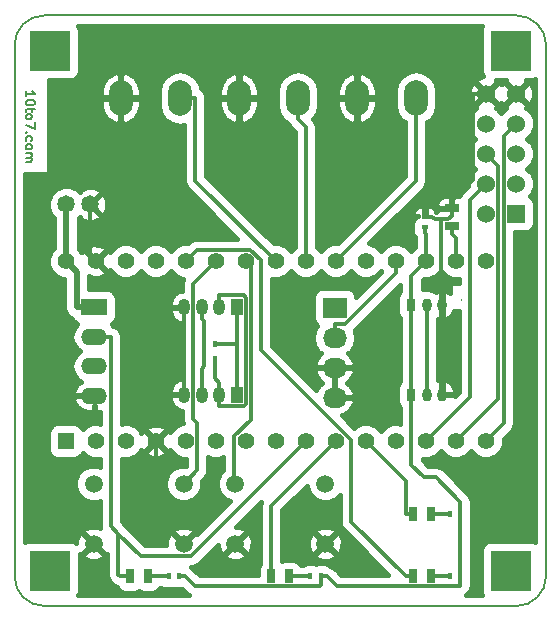
<source format=gtl>
%FSLAX34Y34*%
G04 Gerber Fmt 3.4, Leading zero omitted, Abs format*
G04 (created by PCBNEW (2014-03-19 BZR 4756)-product) date Mon 30 Jun 2014 23:44:56 BST*
%MOIN*%
G01*
G70*
G90*
G04 APERTURE LIST*
%ADD10C,0.005906*%
%ADD11C,0.007900*%
%ADD12C,0.007874*%
%ADD13C,0.003900*%
%ADD14C,0.055000*%
%ADD15R,0.055000X0.055000*%
%ADD16R,0.080000X0.068000*%
%ADD17O,0.080000X0.068000*%
%ADD18O,0.078700X0.118700*%
%ADD19R,0.060000X0.060000*%
%ADD20C,0.060000*%
%ADD21R,0.045000X0.025000*%
%ADD22R,0.023600X0.015700*%
%ADD23C,0.058300*%
%ADD24R,0.025000X0.045000*%
%ADD25O,0.086614X0.055118*%
%ADD26R,0.086614X0.055118*%
%ADD27O,0.031496X0.043307*%
%ADD28R,0.031496X0.043307*%
%ADD29O,0.039370X0.055118*%
%ADD30R,0.039370X0.055118*%
%ADD31R,0.015700X0.023600*%
%ADD32C,0.059055*%
%ADD33R,0.133900X0.133900*%
%ADD34C,0.011811*%
%ADD35C,0.019685*%
%ADD36C,0.015748*%
G04 APERTURE END LIST*
G54D10*
G54D11*
X66712Y-41712D02*
G75*
G03X67696Y-42696I984J0D01*
G74*
G01*
X83444Y-42696D02*
G75*
G03X84429Y-41712I0J984D01*
G74*
G01*
X84429Y-23996D02*
G75*
G03X83444Y-23011I-984J0D01*
G74*
G01*
X67696Y-23011D02*
G75*
G03X66712Y-23996I0J-984D01*
G74*
G01*
X66712Y-41712D02*
X66712Y-23996D01*
X83444Y-42696D02*
X67696Y-42696D01*
X83444Y-23011D02*
X67696Y-23011D01*
X84429Y-41712D02*
X84429Y-23996D01*
G54D12*
X67081Y-25707D02*
X67081Y-25527D01*
X67081Y-25617D02*
X67396Y-25617D01*
X67351Y-25587D01*
X67321Y-25557D01*
X67306Y-25527D01*
X67396Y-25902D02*
X67396Y-25932D01*
X67381Y-25962D01*
X67366Y-25977D01*
X67336Y-25992D01*
X67276Y-26007D01*
X67201Y-26007D01*
X67141Y-25992D01*
X67111Y-25977D01*
X67096Y-25962D01*
X67081Y-25932D01*
X67081Y-25902D01*
X67096Y-25872D01*
X67111Y-25857D01*
X67141Y-25842D01*
X67201Y-25827D01*
X67276Y-25827D01*
X67336Y-25842D01*
X67366Y-25857D01*
X67381Y-25872D01*
X67396Y-25902D01*
X67291Y-26097D02*
X67291Y-26217D01*
X67396Y-26142D02*
X67126Y-26142D01*
X67096Y-26157D01*
X67081Y-26187D01*
X67081Y-26217D01*
X67081Y-26367D02*
X67096Y-26337D01*
X67111Y-26322D01*
X67141Y-26307D01*
X67231Y-26307D01*
X67261Y-26322D01*
X67276Y-26337D01*
X67291Y-26367D01*
X67291Y-26412D01*
X67276Y-26442D01*
X67261Y-26457D01*
X67231Y-26472D01*
X67141Y-26472D01*
X67111Y-26457D01*
X67096Y-26442D01*
X67081Y-26412D01*
X67081Y-26367D01*
X67396Y-26577D02*
X67396Y-26787D01*
X67081Y-26652D01*
X67111Y-26907D02*
X67096Y-26922D01*
X67081Y-26907D01*
X67096Y-26892D01*
X67111Y-26907D01*
X67081Y-26907D01*
X67096Y-27192D02*
X67081Y-27162D01*
X67081Y-27102D01*
X67096Y-27072D01*
X67111Y-27057D01*
X67141Y-27042D01*
X67231Y-27042D01*
X67261Y-27057D01*
X67276Y-27072D01*
X67291Y-27102D01*
X67291Y-27162D01*
X67276Y-27192D01*
X67081Y-27372D02*
X67096Y-27342D01*
X67111Y-27327D01*
X67141Y-27312D01*
X67231Y-27312D01*
X67261Y-27327D01*
X67276Y-27342D01*
X67291Y-27372D01*
X67291Y-27417D01*
X67276Y-27447D01*
X67261Y-27462D01*
X67231Y-27477D01*
X67141Y-27477D01*
X67111Y-27462D01*
X67096Y-27447D01*
X67081Y-27417D01*
X67081Y-27372D01*
X67081Y-27612D02*
X67291Y-27612D01*
X67261Y-27612D02*
X67276Y-27627D01*
X67291Y-27657D01*
X67291Y-27702D01*
X67276Y-27732D01*
X67246Y-27747D01*
X67081Y-27747D01*
X67246Y-27747D02*
X67276Y-27762D01*
X67291Y-27792D01*
X67291Y-27837D01*
X67276Y-27867D01*
X67246Y-27882D01*
X67081Y-27882D01*
G54D13*
X81594Y-32477D02*
X81602Y-32484D01*
X81594Y-32492D01*
X81587Y-32484D01*
X81594Y-32477D01*
X81594Y-32492D01*
X69389Y-35627D02*
X69397Y-35634D01*
X69389Y-35642D01*
X69382Y-35634D01*
X69389Y-35627D01*
X69389Y-35642D01*
G54D14*
X82421Y-31200D03*
X81421Y-37201D03*
X80421Y-37201D03*
X79421Y-37201D03*
X78421Y-37201D03*
X77421Y-37201D03*
X76421Y-37201D03*
X75421Y-37201D03*
X74421Y-37201D03*
X73421Y-37201D03*
X72421Y-37201D03*
X71421Y-37201D03*
X70421Y-37201D03*
X69421Y-37201D03*
G54D15*
X68421Y-37201D03*
G54D14*
X68421Y-31200D03*
X69421Y-31200D03*
X70421Y-31200D03*
X71421Y-31200D03*
X72421Y-31200D03*
X73421Y-31200D03*
X74421Y-31200D03*
X75421Y-31200D03*
X76421Y-31200D03*
X77421Y-31200D03*
X78421Y-31200D03*
X79421Y-31200D03*
X80421Y-31200D03*
X81421Y-31200D03*
X82421Y-37201D03*
G54D16*
X77381Y-32751D03*
G54D17*
X77381Y-33751D03*
X77381Y-34751D03*
X77381Y-35751D03*
G54D18*
X72224Y-25767D03*
X70256Y-25767D03*
X80098Y-25767D03*
X78130Y-25767D03*
X76161Y-25767D03*
X74193Y-25767D03*
G54D19*
X83433Y-29618D03*
G54D20*
X82433Y-29618D03*
X83433Y-28618D03*
X82433Y-28618D03*
X83433Y-27618D03*
X82433Y-27618D03*
X83433Y-26618D03*
X82433Y-26618D03*
X83433Y-25618D03*
X82433Y-25618D03*
G54D21*
X81279Y-30044D03*
X81279Y-29444D03*
G54D22*
X80393Y-30078D03*
X80393Y-29724D03*
G54D23*
X68444Y-29311D03*
X69232Y-29311D03*
G54D24*
X79995Y-41712D03*
X80595Y-41712D03*
X79995Y-39625D03*
X80595Y-39625D03*
X75270Y-41712D03*
X75870Y-41712D03*
X70546Y-41712D03*
X71146Y-41712D03*
G54D25*
X69370Y-33720D03*
X69370Y-34704D03*
G54D26*
X69370Y-32736D03*
G54D25*
X69370Y-35688D03*
G54D27*
X80452Y-35649D03*
X80964Y-35649D03*
G54D28*
X79940Y-35649D03*
G54D27*
X80452Y-32657D03*
X80964Y-32657D03*
G54D28*
X79940Y-32657D03*
G54D29*
X73543Y-35649D03*
X72953Y-35649D03*
G54D30*
X74134Y-35649D03*
G54D29*
X72362Y-35649D03*
X73543Y-32736D03*
X72953Y-32736D03*
G54D30*
X74134Y-32736D03*
G54D29*
X72362Y-32736D03*
G54D31*
X73031Y-34468D03*
X73385Y-34468D03*
X73031Y-33976D03*
X73385Y-33976D03*
X81574Y-41712D03*
X81220Y-41712D03*
X81574Y-39625D03*
X81220Y-39625D03*
X76928Y-41712D03*
X76574Y-41712D03*
X72204Y-41712D03*
X71850Y-41712D03*
G54D32*
X72346Y-38625D03*
X72346Y-40625D03*
X69346Y-38625D03*
X69346Y-40625D03*
X77070Y-38625D03*
X77070Y-40625D03*
X74070Y-38625D03*
X74070Y-40625D03*
G54D33*
X67893Y-24192D03*
X83248Y-24192D03*
X83248Y-41515D03*
X67893Y-41515D03*
G54D34*
X81421Y-30428D02*
X81421Y-31200D01*
X81279Y-30287D02*
X81421Y-30428D01*
X81279Y-30044D02*
X81279Y-30287D01*
X81574Y-39625D02*
X81574Y-39232D01*
X79940Y-37992D02*
X79940Y-35649D01*
X80354Y-38405D02*
X79940Y-37992D01*
X80748Y-38405D02*
X80354Y-38405D01*
X81574Y-39232D02*
X80748Y-38405D01*
X76594Y-42036D02*
X76878Y-42036D01*
X76928Y-41985D02*
X76928Y-41712D01*
X76878Y-42036D02*
X76928Y-41985D01*
X81251Y-42036D02*
X81546Y-42036D01*
X76928Y-41712D02*
X77125Y-41712D01*
X77449Y-42036D02*
X77125Y-41712D01*
X81251Y-42036D02*
X77449Y-42036D01*
X81574Y-42008D02*
X81574Y-41712D01*
X81546Y-42036D02*
X81574Y-42008D01*
X72724Y-42036D02*
X76594Y-42036D01*
X76594Y-42036D02*
X76605Y-42036D01*
X72401Y-41712D02*
X72724Y-42036D01*
X72401Y-41712D02*
X72204Y-41712D01*
X80421Y-30302D02*
X80421Y-31200D01*
X80393Y-30275D02*
X80421Y-30302D01*
X80393Y-30078D02*
X80393Y-30275D01*
X72953Y-34783D02*
X72953Y-35649D01*
X73031Y-34704D02*
X72953Y-34783D01*
X73031Y-34468D02*
X73031Y-34704D01*
X79940Y-31681D02*
X79940Y-32657D01*
X80421Y-31200D02*
X79940Y-31681D01*
X79940Y-32657D02*
X79940Y-35314D01*
X73031Y-33976D02*
X73031Y-34468D01*
X81574Y-39625D02*
X81574Y-41712D01*
X79940Y-35482D02*
X79940Y-35314D01*
X79940Y-35482D02*
X79940Y-35649D01*
X73031Y-33208D02*
X73031Y-33976D01*
X72953Y-33129D02*
X73031Y-33208D01*
X72953Y-32736D02*
X72953Y-33129D01*
X80452Y-32657D02*
X80452Y-35649D01*
X80098Y-28523D02*
X77421Y-31200D01*
X80098Y-25767D02*
X80098Y-28523D01*
X79995Y-41712D02*
X79752Y-41712D01*
X72798Y-30823D02*
X72421Y-31200D01*
X74573Y-30823D02*
X72798Y-30823D01*
X74921Y-31170D02*
X74573Y-30823D01*
X74921Y-34171D02*
X74921Y-31170D01*
X77921Y-37171D02*
X74921Y-34171D01*
X77921Y-39881D02*
X77921Y-37171D01*
X79752Y-41712D02*
X77921Y-39881D01*
X79752Y-38532D02*
X78421Y-37201D01*
X79752Y-39625D02*
X79752Y-38532D01*
X79995Y-39625D02*
X79752Y-39625D01*
X80595Y-39625D02*
X81220Y-39625D01*
X74587Y-31366D02*
X74421Y-31200D01*
X74587Y-36490D02*
X74587Y-31366D01*
X74037Y-37040D02*
X74587Y-36490D01*
X74037Y-38592D02*
X74037Y-37040D01*
X74070Y-38625D02*
X74037Y-38592D01*
X70256Y-28287D02*
X69232Y-29311D01*
X70256Y-25767D02*
X70256Y-28287D01*
X77381Y-35751D02*
X77381Y-34751D01*
X69232Y-31012D02*
X69421Y-31200D01*
X69232Y-29311D02*
X69232Y-31012D01*
X72362Y-32736D02*
X72362Y-35649D01*
X70956Y-32736D02*
X69421Y-31200D01*
X72362Y-32736D02*
X70956Y-32736D01*
X71421Y-39700D02*
X71421Y-37201D01*
X72346Y-40625D02*
X71421Y-39700D01*
X80936Y-32294D02*
X80936Y-29811D01*
X80964Y-32322D02*
X80936Y-32294D01*
X80717Y-29811D02*
X80936Y-29811D01*
X80629Y-29724D02*
X80717Y-29811D01*
X81154Y-29811D02*
X81279Y-29687D01*
X80936Y-29811D02*
X81154Y-29811D01*
X80393Y-29724D02*
X80629Y-29724D01*
X80964Y-32657D02*
X80964Y-32322D01*
X81279Y-29549D02*
X81279Y-29687D01*
X81279Y-29549D02*
X81279Y-29444D01*
X81279Y-29444D02*
X81279Y-29200D01*
X81995Y-25618D02*
X82433Y-25618D01*
X81995Y-28484D02*
X81279Y-29200D01*
X81995Y-25618D02*
X81995Y-28484D01*
G54D35*
X68779Y-31559D02*
X68421Y-31200D01*
X68779Y-32736D02*
X68779Y-31559D01*
X69370Y-32736D02*
X68779Y-32736D01*
X68444Y-31177D02*
X68421Y-31200D01*
X68444Y-29311D02*
X68444Y-31177D01*
G54D34*
X80595Y-41712D02*
X81220Y-41712D01*
X75270Y-39351D02*
X77421Y-37201D01*
X75270Y-41712D02*
X75270Y-39351D01*
X75870Y-41712D02*
X76574Y-41712D01*
X70546Y-41712D02*
X70236Y-41712D01*
X70177Y-41653D02*
X70177Y-40287D01*
X70236Y-41712D02*
X70177Y-41653D01*
X72589Y-41032D02*
X76421Y-37201D01*
X70922Y-41032D02*
X72589Y-41032D01*
X69921Y-40031D02*
X70177Y-40287D01*
X70177Y-40287D02*
X70922Y-41032D01*
X69921Y-33720D02*
X69921Y-40031D01*
X69370Y-33720D02*
X69921Y-33720D01*
X71146Y-41712D02*
X71850Y-41712D01*
X73385Y-35098D02*
X73385Y-34468D01*
X73543Y-35255D02*
X73385Y-35098D01*
X73543Y-35452D02*
X73543Y-35255D01*
X73543Y-35452D02*
X73543Y-35649D01*
X74352Y-32342D02*
X73543Y-32342D01*
X74429Y-32419D02*
X74352Y-32342D01*
X74429Y-35979D02*
X74429Y-32419D01*
X74365Y-36043D02*
X74429Y-35979D01*
X73543Y-36043D02*
X74365Y-36043D01*
X73543Y-35649D02*
X73543Y-36043D01*
X73543Y-32736D02*
X73543Y-32342D01*
X74134Y-35649D02*
X74134Y-35255D01*
X73385Y-33976D02*
X73582Y-33976D01*
X73582Y-33976D02*
X74134Y-33976D01*
X74134Y-32736D02*
X74134Y-33976D01*
X74134Y-33976D02*
X74134Y-35255D01*
X79421Y-31598D02*
X79421Y-31200D01*
X77725Y-33293D02*
X79421Y-31598D01*
X77381Y-33293D02*
X77725Y-33293D01*
X77381Y-33751D02*
X77381Y-33293D01*
X72735Y-28515D02*
X75421Y-31200D01*
X72735Y-25767D02*
X72735Y-28515D01*
X72224Y-25767D02*
X72735Y-25767D01*
X76421Y-26739D02*
X76421Y-31200D01*
X76161Y-26479D02*
X76421Y-26739D01*
X76161Y-25767D02*
X76161Y-26479D01*
X72657Y-31964D02*
X73421Y-31200D01*
X72657Y-36458D02*
X72657Y-31964D01*
X72794Y-36596D02*
X72657Y-36458D01*
X72794Y-38177D02*
X72794Y-36596D01*
X72346Y-38625D02*
X72794Y-38177D01*
X81890Y-35732D02*
X80421Y-37201D01*
X81890Y-29161D02*
X81890Y-35732D01*
X82433Y-28618D02*
X81890Y-29161D01*
X82835Y-35787D02*
X81421Y-37201D01*
X82835Y-28020D02*
X82835Y-35787D01*
X82433Y-27618D02*
X82835Y-28020D01*
X83019Y-36602D02*
X82421Y-37201D01*
X83019Y-27031D02*
X83019Y-36602D01*
X83433Y-26618D02*
X83019Y-27031D01*
G54D10*
G36*
X74920Y-39230D02*
X74920Y-39232D01*
X74896Y-39351D01*
X74896Y-41291D01*
X74878Y-41309D01*
X74830Y-41424D01*
X74830Y-41550D01*
X74830Y-41662D01*
X74645Y-41662D01*
X74645Y-40513D01*
X74558Y-40302D01*
X74556Y-40299D01*
X74450Y-40276D01*
X74100Y-40625D01*
X74450Y-40975D01*
X74556Y-40952D01*
X74644Y-40741D01*
X74645Y-40513D01*
X74645Y-41662D01*
X74420Y-41662D01*
X74420Y-41005D01*
X74070Y-40656D01*
X73721Y-41005D01*
X73744Y-41111D01*
X73955Y-41199D01*
X74183Y-41200D01*
X74394Y-41113D01*
X74397Y-41111D01*
X74420Y-41005D01*
X74420Y-41662D01*
X72879Y-41662D01*
X72665Y-41448D01*
X72600Y-41404D01*
X72709Y-41383D01*
X72732Y-41378D01*
X72732Y-41378D01*
X72854Y-41297D01*
X73496Y-40654D01*
X73496Y-40738D01*
X73583Y-40949D01*
X73585Y-40952D01*
X73691Y-40975D01*
X74040Y-40625D01*
X74035Y-40620D01*
X74065Y-40590D01*
X74070Y-40595D01*
X74420Y-40246D01*
X74397Y-40140D01*
X74186Y-40052D01*
X74099Y-40052D01*
X74920Y-39230D01*
X74920Y-39230D01*
G37*
G54D36*
X74920Y-39230D02*
X74920Y-39232D01*
X74896Y-39351D01*
X74896Y-41291D01*
X74878Y-41309D01*
X74830Y-41424D01*
X74830Y-41550D01*
X74830Y-41662D01*
X74645Y-41662D01*
X74645Y-40513D01*
X74558Y-40302D01*
X74556Y-40299D01*
X74450Y-40276D01*
X74100Y-40625D01*
X74450Y-40975D01*
X74556Y-40952D01*
X74644Y-40741D01*
X74645Y-40513D01*
X74645Y-41662D01*
X74420Y-41662D01*
X74420Y-41005D01*
X74070Y-40656D01*
X73721Y-41005D01*
X73744Y-41111D01*
X73955Y-41199D01*
X74183Y-41200D01*
X74394Y-41113D01*
X74397Y-41111D01*
X74420Y-41005D01*
X74420Y-41662D01*
X72879Y-41662D01*
X72665Y-41448D01*
X72600Y-41404D01*
X72709Y-41383D01*
X72732Y-41378D01*
X72732Y-41378D01*
X72854Y-41297D01*
X73496Y-40654D01*
X73496Y-40738D01*
X73583Y-40949D01*
X73585Y-40952D01*
X73691Y-40975D01*
X74040Y-40625D01*
X74035Y-40620D01*
X74065Y-40590D01*
X74070Y-40595D01*
X74420Y-40246D01*
X74397Y-40140D01*
X74186Y-40052D01*
X74099Y-40052D01*
X74920Y-39230D01*
G54D10*
G36*
X79172Y-41662D02*
X77645Y-41662D01*
X77645Y-40513D01*
X77558Y-40302D01*
X77556Y-40299D01*
X77450Y-40276D01*
X77420Y-40306D01*
X77420Y-40246D01*
X77397Y-40140D01*
X77186Y-40052D01*
X76958Y-40051D01*
X76747Y-40138D01*
X76744Y-40140D01*
X76721Y-40246D01*
X77070Y-40595D01*
X77420Y-40246D01*
X77420Y-40306D01*
X77100Y-40625D01*
X77450Y-40975D01*
X77556Y-40952D01*
X77644Y-40741D01*
X77645Y-40513D01*
X77645Y-41662D01*
X77604Y-41662D01*
X77420Y-41478D01*
X77420Y-41005D01*
X77070Y-40656D01*
X77040Y-40686D01*
X77040Y-40625D01*
X76691Y-40276D01*
X76585Y-40299D01*
X76497Y-40510D01*
X76496Y-40738D01*
X76583Y-40949D01*
X76585Y-40952D01*
X76691Y-40975D01*
X77040Y-40625D01*
X77040Y-40686D01*
X76721Y-41005D01*
X76744Y-41111D01*
X76955Y-41199D01*
X77183Y-41200D01*
X77394Y-41113D01*
X77397Y-41111D01*
X77420Y-41005D01*
X77420Y-41478D01*
X77390Y-41448D01*
X77268Y-41367D01*
X77244Y-41362D01*
X77214Y-41356D01*
X77185Y-41327D01*
X77070Y-41279D01*
X76944Y-41279D01*
X76787Y-41279D01*
X76751Y-41294D01*
X76716Y-41279D01*
X76590Y-41279D01*
X76433Y-41279D01*
X76318Y-41327D01*
X76307Y-41338D01*
X76275Y-41338D01*
X76262Y-41309D01*
X76174Y-41220D01*
X76058Y-41172D01*
X75933Y-41172D01*
X75683Y-41172D01*
X75644Y-41188D01*
X75644Y-39506D01*
X76460Y-38690D01*
X76460Y-38746D01*
X76553Y-38971D01*
X76724Y-39143D01*
X76948Y-39236D01*
X77191Y-39236D01*
X77416Y-39143D01*
X77547Y-39012D01*
X77547Y-39881D01*
X77571Y-40001D01*
X77575Y-40024D01*
X77656Y-40146D01*
X79172Y-41662D01*
X79172Y-41662D01*
G37*
G54D36*
X79172Y-41662D02*
X77645Y-41662D01*
X77645Y-40513D01*
X77558Y-40302D01*
X77556Y-40299D01*
X77450Y-40276D01*
X77420Y-40306D01*
X77420Y-40246D01*
X77397Y-40140D01*
X77186Y-40052D01*
X76958Y-40051D01*
X76747Y-40138D01*
X76744Y-40140D01*
X76721Y-40246D01*
X77070Y-40595D01*
X77420Y-40246D01*
X77420Y-40306D01*
X77100Y-40625D01*
X77450Y-40975D01*
X77556Y-40952D01*
X77644Y-40741D01*
X77645Y-40513D01*
X77645Y-41662D01*
X77604Y-41662D01*
X77420Y-41478D01*
X77420Y-41005D01*
X77070Y-40656D01*
X77040Y-40686D01*
X77040Y-40625D01*
X76691Y-40276D01*
X76585Y-40299D01*
X76497Y-40510D01*
X76496Y-40738D01*
X76583Y-40949D01*
X76585Y-40952D01*
X76691Y-40975D01*
X77040Y-40625D01*
X77040Y-40686D01*
X76721Y-41005D01*
X76744Y-41111D01*
X76955Y-41199D01*
X77183Y-41200D01*
X77394Y-41113D01*
X77397Y-41111D01*
X77420Y-41005D01*
X77420Y-41478D01*
X77390Y-41448D01*
X77268Y-41367D01*
X77244Y-41362D01*
X77214Y-41356D01*
X77185Y-41327D01*
X77070Y-41279D01*
X76944Y-41279D01*
X76787Y-41279D01*
X76751Y-41294D01*
X76716Y-41279D01*
X76590Y-41279D01*
X76433Y-41279D01*
X76318Y-41327D01*
X76307Y-41338D01*
X76275Y-41338D01*
X76262Y-41309D01*
X76174Y-41220D01*
X76058Y-41172D01*
X75933Y-41172D01*
X75683Y-41172D01*
X75644Y-41188D01*
X75644Y-39506D01*
X76460Y-38690D01*
X76460Y-38746D01*
X76553Y-38971D01*
X76724Y-39143D01*
X76948Y-39236D01*
X77191Y-39236D01*
X77416Y-39143D01*
X77547Y-39012D01*
X77547Y-39881D01*
X77571Y-40001D01*
X77575Y-40024D01*
X77656Y-40146D01*
X79172Y-41662D01*
G54D10*
G36*
X79566Y-36622D02*
X79539Y-36611D01*
X79304Y-36611D01*
X79087Y-36700D01*
X78921Y-36866D01*
X78921Y-36867D01*
X78755Y-36701D01*
X78539Y-36611D01*
X78304Y-36611D01*
X78087Y-36700D01*
X78033Y-36754D01*
X77614Y-36335D01*
X77698Y-36315D01*
X77894Y-36174D01*
X78021Y-35969D01*
X78049Y-35869D01*
X78049Y-35634D01*
X78021Y-35534D01*
X77894Y-35329D01*
X77786Y-35251D01*
X77894Y-35174D01*
X78021Y-34969D01*
X78049Y-34869D01*
X77990Y-34773D01*
X77403Y-34773D01*
X77403Y-35133D01*
X77403Y-35370D01*
X77403Y-35730D01*
X77990Y-35730D01*
X78049Y-35634D01*
X78049Y-35869D01*
X77990Y-35773D01*
X77403Y-35773D01*
X77403Y-35781D01*
X77360Y-35781D01*
X77360Y-35773D01*
X77352Y-35773D01*
X77352Y-35730D01*
X77360Y-35730D01*
X77360Y-35370D01*
X77360Y-35133D01*
X77360Y-34773D01*
X76773Y-34773D01*
X76714Y-34869D01*
X76742Y-34969D01*
X76869Y-35174D01*
X76977Y-35251D01*
X76869Y-35329D01*
X76769Y-35490D01*
X75295Y-34016D01*
X75295Y-31787D01*
X75303Y-31790D01*
X75538Y-31790D01*
X75755Y-31701D01*
X75921Y-31535D01*
X75921Y-31534D01*
X76086Y-31700D01*
X76303Y-31790D01*
X76538Y-31790D01*
X76755Y-31701D01*
X76921Y-31535D01*
X76921Y-31534D01*
X77086Y-31700D01*
X77303Y-31790D01*
X77538Y-31790D01*
X77755Y-31701D01*
X77921Y-31535D01*
X77921Y-31534D01*
X78086Y-31700D01*
X78303Y-31790D01*
X78538Y-31790D01*
X78755Y-31701D01*
X78921Y-31535D01*
X78921Y-31534D01*
X78938Y-31552D01*
X78096Y-32393D01*
X78096Y-32349D01*
X78048Y-32233D01*
X77960Y-32144D01*
X77844Y-32097D01*
X77719Y-32097D01*
X76919Y-32097D01*
X76803Y-32144D01*
X76714Y-32233D01*
X76666Y-32349D01*
X76666Y-32474D01*
X76666Y-33154D01*
X76714Y-33270D01*
X76800Y-33355D01*
X76702Y-33501D01*
X76652Y-33751D01*
X76702Y-34002D01*
X76844Y-34215D01*
X76939Y-34278D01*
X76869Y-34329D01*
X76742Y-34534D01*
X76714Y-34634D01*
X76773Y-34730D01*
X77360Y-34730D01*
X77360Y-34722D01*
X77403Y-34722D01*
X77403Y-34730D01*
X77990Y-34730D01*
X78049Y-34634D01*
X78021Y-34534D01*
X77894Y-34329D01*
X77823Y-34278D01*
X77919Y-34215D01*
X78061Y-34002D01*
X78110Y-33751D01*
X78061Y-33501D01*
X78055Y-33492D01*
X79566Y-31981D01*
X79566Y-32212D01*
X79516Y-32262D01*
X79468Y-32378D01*
X79468Y-32503D01*
X79468Y-32936D01*
X79516Y-33052D01*
X79566Y-33102D01*
X79566Y-35204D01*
X79516Y-35254D01*
X79468Y-35370D01*
X79468Y-35495D01*
X79468Y-35928D01*
X79516Y-36044D01*
X79566Y-36095D01*
X79566Y-36622D01*
X79566Y-36622D01*
G37*
G54D36*
X79566Y-36622D02*
X79539Y-36611D01*
X79304Y-36611D01*
X79087Y-36700D01*
X78921Y-36866D01*
X78921Y-36867D01*
X78755Y-36701D01*
X78539Y-36611D01*
X78304Y-36611D01*
X78087Y-36700D01*
X78033Y-36754D01*
X77614Y-36335D01*
X77698Y-36315D01*
X77894Y-36174D01*
X78021Y-35969D01*
X78049Y-35869D01*
X78049Y-35634D01*
X78021Y-35534D01*
X77894Y-35329D01*
X77786Y-35251D01*
X77894Y-35174D01*
X78021Y-34969D01*
X78049Y-34869D01*
X77990Y-34773D01*
X77403Y-34773D01*
X77403Y-35133D01*
X77403Y-35370D01*
X77403Y-35730D01*
X77990Y-35730D01*
X78049Y-35634D01*
X78049Y-35869D01*
X77990Y-35773D01*
X77403Y-35773D01*
X77403Y-35781D01*
X77360Y-35781D01*
X77360Y-35773D01*
X77352Y-35773D01*
X77352Y-35730D01*
X77360Y-35730D01*
X77360Y-35370D01*
X77360Y-35133D01*
X77360Y-34773D01*
X76773Y-34773D01*
X76714Y-34869D01*
X76742Y-34969D01*
X76869Y-35174D01*
X76977Y-35251D01*
X76869Y-35329D01*
X76769Y-35490D01*
X75295Y-34016D01*
X75295Y-31787D01*
X75303Y-31790D01*
X75538Y-31790D01*
X75755Y-31701D01*
X75921Y-31535D01*
X75921Y-31534D01*
X76086Y-31700D01*
X76303Y-31790D01*
X76538Y-31790D01*
X76755Y-31701D01*
X76921Y-31535D01*
X76921Y-31534D01*
X77086Y-31700D01*
X77303Y-31790D01*
X77538Y-31790D01*
X77755Y-31701D01*
X77921Y-31535D01*
X77921Y-31534D01*
X78086Y-31700D01*
X78303Y-31790D01*
X78538Y-31790D01*
X78755Y-31701D01*
X78921Y-31535D01*
X78921Y-31534D01*
X78938Y-31552D01*
X78096Y-32393D01*
X78096Y-32349D01*
X78048Y-32233D01*
X77960Y-32144D01*
X77844Y-32097D01*
X77719Y-32097D01*
X76919Y-32097D01*
X76803Y-32144D01*
X76714Y-32233D01*
X76666Y-32349D01*
X76666Y-32474D01*
X76666Y-33154D01*
X76714Y-33270D01*
X76800Y-33355D01*
X76702Y-33501D01*
X76652Y-33751D01*
X76702Y-34002D01*
X76844Y-34215D01*
X76939Y-34278D01*
X76869Y-34329D01*
X76742Y-34534D01*
X76714Y-34634D01*
X76773Y-34730D01*
X77360Y-34730D01*
X77360Y-34722D01*
X77403Y-34722D01*
X77403Y-34730D01*
X77990Y-34730D01*
X78049Y-34634D01*
X78021Y-34534D01*
X77894Y-34329D01*
X77823Y-34278D01*
X77919Y-34215D01*
X78061Y-34002D01*
X78110Y-33751D01*
X78061Y-33501D01*
X78055Y-33492D01*
X79566Y-31981D01*
X79566Y-32212D01*
X79516Y-32262D01*
X79468Y-32378D01*
X79468Y-32503D01*
X79468Y-32936D01*
X79516Y-33052D01*
X79566Y-33102D01*
X79566Y-35204D01*
X79516Y-35254D01*
X79468Y-35370D01*
X79468Y-35495D01*
X79468Y-35928D01*
X79516Y-36044D01*
X79566Y-36095D01*
X79566Y-36622D01*
G54D10*
G36*
X81516Y-35577D02*
X81400Y-35692D01*
X81400Y-35670D01*
X81400Y-35628D01*
X81400Y-35569D01*
X81359Y-35403D01*
X81258Y-35267D01*
X81112Y-35179D01*
X81053Y-35163D01*
X80986Y-35224D01*
X80986Y-35628D01*
X81400Y-35628D01*
X81400Y-35670D01*
X80986Y-35670D01*
X80986Y-35678D01*
X80943Y-35678D01*
X80943Y-35670D01*
X80935Y-35670D01*
X80935Y-35628D01*
X80943Y-35628D01*
X80943Y-35224D01*
X80875Y-35163D01*
X80826Y-35176D01*
X80826Y-33130D01*
X80875Y-33143D01*
X80943Y-33082D01*
X80943Y-32678D01*
X80935Y-32678D01*
X80935Y-32636D01*
X80943Y-32636D01*
X80943Y-32232D01*
X80875Y-32171D01*
X80817Y-32187D01*
X80748Y-32228D01*
X80633Y-32151D01*
X80452Y-32115D01*
X80314Y-32143D01*
X80314Y-31836D01*
X80360Y-31790D01*
X80538Y-31790D01*
X80755Y-31701D01*
X80921Y-31535D01*
X80921Y-31534D01*
X81086Y-31700D01*
X81303Y-31790D01*
X81516Y-31790D01*
X81516Y-31937D01*
X81222Y-31937D01*
X81222Y-32253D01*
X81112Y-32187D01*
X81053Y-32171D01*
X80986Y-32232D01*
X80986Y-32636D01*
X80993Y-32636D01*
X80993Y-32678D01*
X80986Y-32678D01*
X80986Y-33082D01*
X81053Y-33143D01*
X81112Y-33127D01*
X81258Y-33040D01*
X81359Y-32903D01*
X81369Y-32865D01*
X81516Y-32865D01*
X81516Y-35577D01*
X81516Y-35577D01*
G37*
G54D36*
X81516Y-35577D02*
X81400Y-35692D01*
X81400Y-35670D01*
X81400Y-35628D01*
X81400Y-35569D01*
X81359Y-35403D01*
X81258Y-35267D01*
X81112Y-35179D01*
X81053Y-35163D01*
X80986Y-35224D01*
X80986Y-35628D01*
X81400Y-35628D01*
X81400Y-35670D01*
X80986Y-35670D01*
X80986Y-35678D01*
X80943Y-35678D01*
X80943Y-35670D01*
X80935Y-35670D01*
X80935Y-35628D01*
X80943Y-35628D01*
X80943Y-35224D01*
X80875Y-35163D01*
X80826Y-35176D01*
X80826Y-33130D01*
X80875Y-33143D01*
X80943Y-33082D01*
X80943Y-32678D01*
X80935Y-32678D01*
X80935Y-32636D01*
X80943Y-32636D01*
X80943Y-32232D01*
X80875Y-32171D01*
X80817Y-32187D01*
X80748Y-32228D01*
X80633Y-32151D01*
X80452Y-32115D01*
X80314Y-32143D01*
X80314Y-31836D01*
X80360Y-31790D01*
X80538Y-31790D01*
X80755Y-31701D01*
X80921Y-31535D01*
X80921Y-31534D01*
X81086Y-31700D01*
X81303Y-31790D01*
X81516Y-31790D01*
X81516Y-31937D01*
X81222Y-31937D01*
X81222Y-32253D01*
X81112Y-32187D01*
X81053Y-32171D01*
X80986Y-32232D01*
X80986Y-32636D01*
X80993Y-32636D01*
X80993Y-32678D01*
X80986Y-32678D01*
X80986Y-33082D01*
X81053Y-33143D01*
X81112Y-33127D01*
X81258Y-33040D01*
X81359Y-32903D01*
X81369Y-32865D01*
X81516Y-32865D01*
X81516Y-35577D01*
G54D10*
G36*
X84074Y-40570D02*
X83980Y-40531D01*
X83854Y-40531D01*
X82515Y-40531D01*
X82400Y-40579D01*
X82311Y-40667D01*
X82263Y-40783D01*
X82263Y-40908D01*
X82263Y-42247D01*
X82302Y-42342D01*
X81748Y-42342D01*
X81810Y-42300D01*
X81839Y-42272D01*
X81920Y-42151D01*
X81920Y-42151D01*
X81924Y-42127D01*
X81948Y-42008D01*
X81948Y-42008D01*
X81948Y-41940D01*
X81968Y-41893D01*
X81968Y-41767D01*
X81968Y-41531D01*
X81948Y-41485D01*
X81948Y-39853D01*
X81968Y-39806D01*
X81968Y-39681D01*
X81968Y-39445D01*
X81948Y-39398D01*
X81948Y-39232D01*
X81920Y-39088D01*
X81839Y-38967D01*
X81012Y-38141D01*
X80891Y-38059D01*
X80867Y-38055D01*
X80748Y-38031D01*
X80509Y-38031D01*
X80314Y-37837D01*
X80314Y-37791D01*
X80538Y-37791D01*
X80755Y-37701D01*
X80921Y-37535D01*
X80921Y-37535D01*
X81086Y-37701D01*
X81303Y-37791D01*
X81538Y-37791D01*
X81755Y-37701D01*
X81921Y-37535D01*
X81921Y-37535D01*
X82086Y-37701D01*
X82303Y-37791D01*
X82538Y-37791D01*
X82755Y-37701D01*
X82921Y-37535D01*
X83011Y-37319D01*
X83011Y-37140D01*
X83284Y-36867D01*
X83284Y-36867D01*
X83338Y-36786D01*
X83365Y-36746D01*
X83365Y-36746D01*
X83393Y-36602D01*
X83393Y-36602D01*
X83393Y-30233D01*
X83795Y-30233D01*
X83911Y-30185D01*
X84000Y-30096D01*
X84048Y-29980D01*
X84048Y-29855D01*
X84048Y-29255D01*
X84000Y-29139D01*
X83911Y-29051D01*
X83882Y-29038D01*
X83954Y-28966D01*
X84047Y-28740D01*
X84048Y-28496D01*
X83954Y-28270D01*
X83802Y-28117D01*
X83954Y-27966D01*
X84047Y-27740D01*
X84048Y-27496D01*
X83954Y-27270D01*
X83802Y-27117D01*
X83954Y-26966D01*
X84047Y-26740D01*
X84048Y-26496D01*
X84012Y-26409D01*
X84012Y-25504D01*
X83924Y-25291D01*
X83922Y-25288D01*
X83815Y-25265D01*
X83463Y-25618D01*
X83815Y-25970D01*
X83922Y-25947D01*
X84011Y-25735D01*
X84012Y-25504D01*
X84012Y-26409D01*
X83954Y-26270D01*
X83781Y-26097D01*
X83766Y-26090D01*
X83785Y-26000D01*
X83433Y-25648D01*
X83403Y-25678D01*
X83403Y-25618D01*
X83050Y-25265D01*
X82943Y-25288D01*
X82933Y-25312D01*
X82924Y-25291D01*
X82922Y-25288D01*
X82815Y-25265D01*
X82463Y-25618D01*
X82815Y-25970D01*
X82922Y-25947D01*
X82932Y-25923D01*
X82941Y-25944D01*
X82943Y-25947D01*
X83050Y-25970D01*
X83403Y-25618D01*
X83403Y-25678D01*
X83080Y-26000D01*
X83099Y-26090D01*
X83085Y-26096D01*
X82932Y-26248D01*
X82781Y-26097D01*
X82766Y-26090D01*
X82785Y-26000D01*
X82433Y-25648D01*
X82403Y-25678D01*
X82403Y-25618D01*
X82050Y-25265D01*
X81943Y-25288D01*
X81854Y-25501D01*
X81853Y-25731D01*
X81941Y-25944D01*
X81943Y-25947D01*
X82050Y-25970D01*
X82403Y-25618D01*
X82403Y-25678D01*
X82080Y-26000D01*
X82099Y-26090D01*
X82085Y-26096D01*
X81912Y-26269D01*
X81818Y-26495D01*
X81818Y-26739D01*
X81911Y-26966D01*
X82063Y-27118D01*
X81912Y-27269D01*
X81818Y-27495D01*
X81818Y-27739D01*
X81911Y-27966D01*
X82063Y-28118D01*
X81912Y-28269D01*
X81818Y-28495D01*
X81818Y-28704D01*
X81625Y-28896D01*
X81544Y-29017D01*
X81540Y-29040D01*
X81449Y-29040D01*
X81370Y-29040D01*
X81300Y-29110D01*
X81300Y-29422D01*
X81308Y-29422D01*
X81308Y-29465D01*
X81300Y-29465D01*
X81300Y-29473D01*
X81258Y-29473D01*
X81258Y-29465D01*
X81258Y-29422D01*
X81258Y-29110D01*
X81188Y-29040D01*
X81109Y-29040D01*
X80999Y-29040D01*
X80896Y-29082D01*
X80818Y-29161D01*
X80775Y-29263D01*
X80775Y-29353D01*
X80845Y-29422D01*
X81258Y-29422D01*
X81258Y-29465D01*
X80845Y-29465D01*
X80775Y-29535D01*
X80775Y-29555D01*
X80748Y-29488D01*
X80669Y-29409D01*
X80567Y-29367D01*
X80484Y-29367D01*
X80414Y-29437D01*
X80414Y-29685D01*
X80372Y-29685D01*
X80372Y-29437D01*
X80302Y-29367D01*
X80220Y-29367D01*
X80117Y-29409D01*
X80039Y-29488D01*
X79996Y-29590D01*
X79996Y-29633D01*
X80066Y-29703D01*
X80169Y-29703D01*
X80097Y-29733D01*
X80084Y-29745D01*
X80066Y-29745D01*
X79996Y-29815D01*
X79996Y-29849D01*
X79960Y-29937D01*
X79960Y-30062D01*
X79960Y-30219D01*
X80008Y-30335D01*
X80037Y-30364D01*
X80043Y-30394D01*
X80047Y-30413D01*
X80047Y-30740D01*
X79921Y-30866D01*
X79921Y-30866D01*
X79755Y-30700D01*
X79539Y-30610D01*
X79304Y-30610D01*
X79087Y-30700D01*
X78921Y-30866D01*
X78921Y-30866D01*
X78755Y-30700D01*
X78539Y-30611D01*
X80362Y-28788D01*
X80362Y-28788D01*
X80443Y-28666D01*
X80443Y-28666D01*
X80472Y-28523D01*
X80472Y-26571D01*
X80599Y-26486D01*
X80752Y-26256D01*
X80806Y-25985D01*
X80806Y-25549D01*
X80752Y-25278D01*
X80599Y-25048D01*
X80369Y-24895D01*
X80098Y-24841D01*
X79827Y-24895D01*
X79597Y-25048D01*
X79443Y-25278D01*
X79389Y-25549D01*
X79389Y-25985D01*
X79443Y-26256D01*
X79597Y-26486D01*
X79724Y-26571D01*
X79724Y-28368D01*
X78802Y-29290D01*
X78802Y-25988D01*
X78802Y-25788D01*
X78802Y-25746D01*
X78802Y-25546D01*
X78743Y-25290D01*
X78590Y-25077D01*
X78367Y-24938D01*
X78256Y-24907D01*
X78151Y-24965D01*
X78151Y-25746D01*
X78802Y-25746D01*
X78802Y-25788D01*
X78151Y-25788D01*
X78151Y-26569D01*
X78256Y-26628D01*
X78367Y-26596D01*
X78590Y-26458D01*
X78743Y-26244D01*
X78802Y-25988D01*
X78802Y-29290D01*
X78108Y-29984D01*
X78108Y-26569D01*
X78108Y-25788D01*
X78108Y-25746D01*
X78108Y-24965D01*
X78004Y-24907D01*
X77892Y-24938D01*
X77669Y-25077D01*
X77517Y-25290D01*
X77457Y-25546D01*
X77457Y-25746D01*
X78108Y-25746D01*
X78108Y-25788D01*
X77457Y-25788D01*
X77457Y-25988D01*
X77517Y-26244D01*
X77669Y-26458D01*
X77892Y-26596D01*
X78004Y-26628D01*
X78108Y-26569D01*
X78108Y-29984D01*
X77482Y-30610D01*
X77304Y-30610D01*
X77087Y-30700D01*
X76921Y-30866D01*
X76921Y-30866D01*
X76795Y-30740D01*
X76795Y-26739D01*
X76766Y-26596D01*
X76766Y-26596D01*
X76739Y-26556D01*
X76685Y-26474D01*
X76685Y-26474D01*
X76676Y-26465D01*
X76815Y-26256D01*
X76869Y-25985D01*
X76869Y-25549D01*
X76815Y-25278D01*
X76662Y-25048D01*
X76432Y-24895D01*
X76161Y-24841D01*
X75890Y-24895D01*
X75660Y-25048D01*
X75506Y-25278D01*
X75452Y-25549D01*
X75452Y-25985D01*
X75506Y-26256D01*
X75660Y-26486D01*
X75808Y-26585D01*
X75810Y-26598D01*
X75815Y-26622D01*
X75896Y-26743D01*
X76047Y-26894D01*
X76047Y-30740D01*
X75921Y-30866D01*
X75921Y-30866D01*
X75755Y-30700D01*
X75539Y-30610D01*
X75360Y-30610D01*
X74865Y-30115D01*
X74865Y-25988D01*
X74865Y-25788D01*
X74865Y-25746D01*
X74865Y-25546D01*
X74806Y-25290D01*
X74653Y-25077D01*
X74430Y-24938D01*
X74319Y-24907D01*
X74214Y-24965D01*
X74214Y-25746D01*
X74865Y-25746D01*
X74865Y-25788D01*
X74214Y-25788D01*
X74214Y-26569D01*
X74319Y-26628D01*
X74430Y-26596D01*
X74653Y-26458D01*
X74806Y-26244D01*
X74865Y-25988D01*
X74865Y-30115D01*
X74171Y-29422D01*
X74171Y-26569D01*
X74171Y-25788D01*
X74171Y-25746D01*
X74171Y-24965D01*
X74067Y-24907D01*
X73955Y-24938D01*
X73732Y-25077D01*
X73580Y-25290D01*
X73520Y-25546D01*
X73520Y-25746D01*
X74171Y-25746D01*
X74171Y-25788D01*
X73520Y-25788D01*
X73520Y-25988D01*
X73580Y-26244D01*
X73732Y-26458D01*
X73955Y-26596D01*
X74067Y-26628D01*
X74171Y-26569D01*
X74171Y-29422D01*
X73109Y-28360D01*
X73109Y-25767D01*
X73081Y-25624D01*
X73000Y-25503D01*
X72911Y-25443D01*
X72878Y-25278D01*
X72725Y-25048D01*
X72495Y-24895D01*
X72224Y-24841D01*
X71953Y-24895D01*
X71723Y-25048D01*
X71569Y-25278D01*
X71515Y-25549D01*
X71515Y-25985D01*
X71569Y-26256D01*
X71723Y-26486D01*
X71953Y-26640D01*
X72224Y-26693D01*
X72361Y-26666D01*
X72361Y-28515D01*
X72385Y-28634D01*
X72390Y-28658D01*
X72471Y-28779D01*
X74141Y-30449D01*
X72798Y-30449D01*
X72679Y-30473D01*
X72655Y-30478D01*
X72533Y-30559D01*
X72482Y-30610D01*
X72304Y-30610D01*
X72087Y-30700D01*
X71921Y-30866D01*
X71921Y-30866D01*
X71755Y-30700D01*
X71539Y-30610D01*
X71304Y-30610D01*
X71087Y-30700D01*
X70928Y-30859D01*
X70928Y-25988D01*
X70928Y-25788D01*
X70928Y-25746D01*
X70928Y-25546D01*
X70869Y-25290D01*
X70716Y-25077D01*
X70493Y-24938D01*
X70382Y-24907D01*
X70277Y-24965D01*
X70277Y-25746D01*
X70928Y-25746D01*
X70928Y-25788D01*
X70277Y-25788D01*
X70277Y-26569D01*
X70382Y-26628D01*
X70493Y-26596D01*
X70716Y-26458D01*
X70869Y-26244D01*
X70928Y-25988D01*
X70928Y-30859D01*
X70921Y-30866D01*
X70921Y-30866D01*
X70755Y-30700D01*
X70539Y-30610D01*
X70304Y-30610D01*
X70234Y-30639D01*
X70234Y-26569D01*
X70234Y-25788D01*
X70234Y-25746D01*
X70234Y-24965D01*
X70130Y-24907D01*
X70018Y-24938D01*
X69795Y-25077D01*
X69643Y-25290D01*
X69583Y-25546D01*
X69583Y-25746D01*
X70234Y-25746D01*
X70234Y-25788D01*
X69583Y-25788D01*
X69583Y-25988D01*
X69643Y-26244D01*
X69795Y-26458D01*
X70018Y-26596D01*
X70130Y-26628D01*
X70234Y-26569D01*
X70234Y-30639D01*
X70087Y-30700D01*
X69921Y-30866D01*
X69901Y-30913D01*
X69891Y-30887D01*
X69890Y-30886D01*
X69803Y-30869D01*
X69803Y-29199D01*
X69716Y-28989D01*
X69715Y-28986D01*
X69609Y-28964D01*
X69262Y-29311D01*
X69609Y-29657D01*
X69715Y-29635D01*
X69802Y-29425D01*
X69803Y-29199D01*
X69803Y-30869D01*
X69785Y-30866D01*
X69755Y-30896D01*
X69755Y-30836D01*
X69735Y-30731D01*
X69532Y-30647D01*
X69312Y-30646D01*
X69108Y-30730D01*
X69106Y-30731D01*
X69086Y-30836D01*
X69421Y-31170D01*
X69755Y-30836D01*
X69755Y-30896D01*
X69451Y-31200D01*
X69785Y-31535D01*
X69890Y-31515D01*
X69901Y-31487D01*
X69920Y-31534D01*
X70086Y-31700D01*
X70303Y-31790D01*
X70538Y-31790D01*
X70755Y-31701D01*
X70921Y-31535D01*
X70921Y-31534D01*
X71086Y-31700D01*
X71303Y-31790D01*
X71538Y-31790D01*
X71755Y-31701D01*
X71921Y-31535D01*
X71921Y-31534D01*
X72086Y-31700D01*
X72303Y-31790D01*
X72332Y-31790D01*
X72312Y-31821D01*
X72307Y-31845D01*
X72283Y-31964D01*
X72283Y-32205D01*
X72266Y-32191D01*
X72199Y-32209D01*
X72040Y-32306D01*
X71930Y-32455D01*
X71886Y-32636D01*
X71886Y-32714D01*
X72283Y-32714D01*
X72283Y-32757D01*
X71886Y-32757D01*
X71886Y-32836D01*
X71930Y-33016D01*
X72040Y-33166D01*
X72199Y-33262D01*
X72266Y-33280D01*
X72283Y-33267D01*
X72283Y-35118D01*
X72266Y-35104D01*
X72199Y-35123D01*
X72040Y-35219D01*
X71930Y-35369D01*
X71886Y-35549D01*
X71886Y-35628D01*
X72283Y-35628D01*
X72283Y-35670D01*
X71886Y-35670D01*
X71886Y-35749D01*
X71930Y-35929D01*
X72040Y-36079D01*
X72199Y-36175D01*
X72266Y-36194D01*
X72283Y-36180D01*
X72283Y-36458D01*
X72307Y-36578D01*
X72312Y-36601D01*
X72318Y-36611D01*
X72304Y-36611D01*
X72087Y-36700D01*
X71921Y-36866D01*
X71901Y-36913D01*
X71891Y-36888D01*
X71890Y-36886D01*
X71785Y-36866D01*
X71755Y-36896D01*
X71755Y-36836D01*
X71735Y-36732D01*
X71532Y-36647D01*
X71312Y-36647D01*
X71108Y-36731D01*
X71106Y-36732D01*
X71086Y-36836D01*
X71421Y-37171D01*
X71755Y-36836D01*
X71755Y-36896D01*
X71451Y-37201D01*
X71785Y-37535D01*
X71890Y-37515D01*
X71901Y-37488D01*
X71920Y-37535D01*
X72086Y-37701D01*
X72303Y-37791D01*
X72420Y-37791D01*
X72420Y-38015D01*
X72225Y-38015D01*
X72001Y-38108D01*
X71829Y-38279D01*
X71755Y-38457D01*
X71755Y-37565D01*
X71421Y-37231D01*
X71086Y-37565D01*
X71106Y-37670D01*
X71310Y-37754D01*
X71530Y-37755D01*
X71734Y-37671D01*
X71735Y-37670D01*
X71755Y-37565D01*
X71755Y-38457D01*
X71736Y-38504D01*
X71736Y-38746D01*
X71828Y-38971D01*
X72000Y-39143D01*
X72224Y-39236D01*
X72467Y-39236D01*
X72691Y-39143D01*
X72863Y-38972D01*
X72956Y-38747D01*
X72956Y-38544D01*
X73059Y-38442D01*
X73059Y-38442D01*
X73140Y-38320D01*
X73140Y-38320D01*
X73145Y-38296D01*
X73168Y-38177D01*
X73168Y-38177D01*
X73168Y-37735D01*
X73303Y-37791D01*
X73538Y-37791D01*
X73663Y-37739D01*
X73663Y-38170D01*
X73553Y-38279D01*
X73460Y-38504D01*
X73460Y-38746D01*
X73553Y-38971D01*
X73724Y-39143D01*
X73884Y-39209D01*
X72800Y-40292D01*
X72725Y-40276D01*
X72695Y-40306D01*
X72695Y-40246D01*
X72673Y-40140D01*
X72462Y-40052D01*
X72233Y-40051D01*
X72022Y-40138D01*
X72019Y-40140D01*
X71997Y-40246D01*
X72346Y-40595D01*
X72695Y-40246D01*
X72695Y-40306D01*
X72376Y-40625D01*
X72382Y-40631D01*
X72354Y-40658D01*
X72349Y-40658D01*
X72346Y-40656D01*
X72343Y-40658D01*
X72338Y-40658D01*
X72310Y-40631D01*
X72316Y-40625D01*
X71967Y-40276D01*
X71860Y-40299D01*
X71772Y-40510D01*
X71772Y-40658D01*
X71077Y-40658D01*
X70441Y-40022D01*
X70441Y-40022D01*
X70295Y-39876D01*
X70295Y-37787D01*
X70303Y-37791D01*
X70538Y-37791D01*
X70755Y-37701D01*
X70921Y-37535D01*
X70940Y-37488D01*
X70951Y-37514D01*
X70952Y-37515D01*
X71056Y-37535D01*
X71391Y-37201D01*
X71056Y-36866D01*
X70952Y-36886D01*
X70940Y-36914D01*
X70921Y-36867D01*
X70755Y-36701D01*
X70539Y-36611D01*
X70304Y-36611D01*
X70295Y-36614D01*
X70295Y-33720D01*
X70266Y-33577D01*
X70185Y-33456D01*
X70064Y-33375D01*
X69999Y-33362D01*
X69959Y-33303D01*
X69946Y-33293D01*
X69981Y-33279D01*
X70070Y-33190D01*
X70118Y-33074D01*
X70118Y-32949D01*
X70118Y-32398D01*
X70070Y-32282D01*
X69981Y-32193D01*
X69865Y-32146D01*
X69740Y-32146D01*
X69192Y-32146D01*
X69192Y-31705D01*
X69310Y-31754D01*
X69530Y-31754D01*
X69734Y-31670D01*
X69735Y-31669D01*
X69755Y-31565D01*
X69421Y-31230D01*
X69415Y-31236D01*
X69385Y-31206D01*
X69391Y-31200D01*
X69056Y-30866D01*
X68952Y-30886D01*
X68940Y-30913D01*
X68921Y-30867D01*
X68857Y-30803D01*
X68857Y-29755D01*
X68892Y-29720D01*
X68908Y-29793D01*
X69117Y-29880D01*
X69344Y-29881D01*
X69554Y-29795D01*
X69556Y-29793D01*
X69579Y-29687D01*
X69232Y-29341D01*
X69227Y-29346D01*
X69196Y-29316D01*
X69202Y-29311D01*
X69196Y-29305D01*
X69227Y-29275D01*
X69232Y-29280D01*
X69579Y-28934D01*
X69556Y-28828D01*
X69347Y-28741D01*
X69120Y-28740D01*
X68910Y-28826D01*
X68908Y-28828D01*
X68892Y-28901D01*
X68788Y-28797D01*
X68565Y-28704D01*
X68324Y-28704D01*
X68101Y-28796D01*
X67930Y-28967D01*
X67838Y-29189D01*
X67838Y-29431D01*
X67930Y-29654D01*
X68031Y-29755D01*
X68031Y-30756D01*
X67921Y-30866D01*
X67831Y-31082D01*
X67831Y-31317D01*
X67920Y-31534D01*
X68086Y-31700D01*
X68303Y-31790D01*
X68366Y-31790D01*
X68366Y-32736D01*
X68397Y-32894D01*
X68487Y-33028D01*
X68621Y-33118D01*
X68641Y-33122D01*
X68669Y-33190D01*
X68758Y-33279D01*
X68794Y-33293D01*
X68780Y-33303D01*
X68652Y-33494D01*
X68607Y-33720D01*
X68652Y-33946D01*
X68780Y-34138D01*
X68891Y-34212D01*
X68780Y-34287D01*
X68652Y-34478D01*
X68607Y-34704D01*
X68652Y-34930D01*
X68780Y-35122D01*
X68929Y-35221D01*
X68805Y-35311D01*
X68692Y-35496D01*
X68668Y-35580D01*
X68728Y-35667D01*
X69017Y-35667D01*
X69017Y-35709D01*
X68728Y-35709D01*
X68668Y-35796D01*
X68692Y-35881D01*
X68805Y-36065D01*
X68980Y-36192D01*
X69191Y-36242D01*
X69348Y-36242D01*
X69348Y-36015D01*
X69391Y-36015D01*
X69391Y-36242D01*
X69547Y-36242D01*
X69547Y-36614D01*
X69539Y-36611D01*
X69304Y-36611D01*
X69087Y-36700D01*
X68985Y-36802D01*
X68963Y-36747D01*
X68874Y-36659D01*
X68758Y-36611D01*
X68633Y-36611D01*
X68083Y-36611D01*
X67967Y-36659D01*
X67879Y-36747D01*
X67831Y-36863D01*
X67831Y-36988D01*
X67831Y-37538D01*
X67879Y-37654D01*
X67967Y-37743D01*
X68083Y-37791D01*
X68208Y-37791D01*
X68758Y-37791D01*
X68874Y-37743D01*
X68963Y-37654D01*
X68985Y-37600D01*
X69086Y-37701D01*
X69303Y-37791D01*
X69538Y-37791D01*
X69547Y-37787D01*
X69547Y-38048D01*
X69468Y-38015D01*
X69225Y-38015D01*
X69001Y-38108D01*
X68829Y-38279D01*
X68736Y-38504D01*
X68736Y-38746D01*
X68828Y-38971D01*
X69000Y-39143D01*
X69224Y-39236D01*
X69467Y-39236D01*
X69547Y-39203D01*
X69547Y-40031D01*
X69559Y-40092D01*
X69462Y-40052D01*
X69233Y-40051D01*
X69022Y-40138D01*
X69019Y-40140D01*
X68997Y-40246D01*
X69346Y-40595D01*
X69352Y-40590D01*
X69382Y-40620D01*
X69376Y-40625D01*
X69725Y-40975D01*
X69803Y-40958D01*
X69803Y-41653D01*
X69826Y-41772D01*
X69831Y-41796D01*
X69912Y-41918D01*
X69971Y-41977D01*
X70093Y-42058D01*
X70093Y-42058D01*
X70116Y-42062D01*
X70133Y-42066D01*
X70154Y-42116D01*
X70243Y-42204D01*
X70358Y-42252D01*
X70484Y-42252D01*
X70734Y-42252D01*
X70846Y-42206D01*
X70958Y-42252D01*
X71084Y-42252D01*
X71334Y-42252D01*
X71449Y-42204D01*
X71538Y-42116D01*
X71550Y-42086D01*
X71582Y-42086D01*
X71593Y-42097D01*
X71709Y-42145D01*
X71834Y-42145D01*
X71991Y-42145D01*
X72027Y-42130D01*
X72063Y-42145D01*
X72188Y-42145D01*
X72305Y-42145D01*
X72460Y-42300D01*
X72460Y-42300D01*
X72522Y-42342D01*
X69695Y-42342D01*
X69695Y-41005D01*
X69346Y-40656D01*
X68997Y-41005D01*
X69019Y-41111D01*
X69230Y-41199D01*
X69458Y-41200D01*
X69670Y-41113D01*
X69673Y-41111D01*
X69695Y-41005D01*
X69695Y-42342D01*
X68839Y-42342D01*
X68878Y-42247D01*
X68878Y-42122D01*
X68878Y-40956D01*
X68967Y-40975D01*
X69316Y-40625D01*
X68967Y-40276D01*
X68860Y-40299D01*
X68772Y-40510D01*
X68772Y-40610D01*
X68741Y-40579D01*
X68625Y-40531D01*
X68500Y-40531D01*
X67161Y-40531D01*
X67067Y-40570D01*
X67067Y-28311D01*
X67877Y-28311D01*
X67877Y-25177D01*
X68625Y-25177D01*
X68741Y-25129D01*
X68830Y-25040D01*
X68878Y-24925D01*
X68878Y-24799D01*
X68878Y-23460D01*
X68839Y-23366D01*
X82302Y-23366D01*
X82263Y-23460D01*
X82263Y-23586D01*
X82263Y-24925D01*
X82311Y-25040D01*
X82312Y-25041D01*
X82106Y-25126D01*
X82103Y-25128D01*
X82080Y-25235D01*
X82433Y-25588D01*
X82785Y-25235D01*
X82773Y-25177D01*
X83093Y-25177D01*
X83080Y-25235D01*
X83433Y-25588D01*
X83785Y-25235D01*
X83773Y-25177D01*
X83980Y-25177D01*
X84074Y-25138D01*
X84074Y-40570D01*
X84074Y-40570D01*
G37*
G54D36*
X84074Y-40570D02*
X83980Y-40531D01*
X83854Y-40531D01*
X82515Y-40531D01*
X82400Y-40579D01*
X82311Y-40667D01*
X82263Y-40783D01*
X82263Y-40908D01*
X82263Y-42247D01*
X82302Y-42342D01*
X81748Y-42342D01*
X81810Y-42300D01*
X81839Y-42272D01*
X81920Y-42151D01*
X81920Y-42151D01*
X81924Y-42127D01*
X81948Y-42008D01*
X81948Y-42008D01*
X81948Y-41940D01*
X81968Y-41893D01*
X81968Y-41767D01*
X81968Y-41531D01*
X81948Y-41485D01*
X81948Y-39853D01*
X81968Y-39806D01*
X81968Y-39681D01*
X81968Y-39445D01*
X81948Y-39398D01*
X81948Y-39232D01*
X81920Y-39088D01*
X81839Y-38967D01*
X81012Y-38141D01*
X80891Y-38059D01*
X80867Y-38055D01*
X80748Y-38031D01*
X80509Y-38031D01*
X80314Y-37837D01*
X80314Y-37791D01*
X80538Y-37791D01*
X80755Y-37701D01*
X80921Y-37535D01*
X80921Y-37535D01*
X81086Y-37701D01*
X81303Y-37791D01*
X81538Y-37791D01*
X81755Y-37701D01*
X81921Y-37535D01*
X81921Y-37535D01*
X82086Y-37701D01*
X82303Y-37791D01*
X82538Y-37791D01*
X82755Y-37701D01*
X82921Y-37535D01*
X83011Y-37319D01*
X83011Y-37140D01*
X83284Y-36867D01*
X83284Y-36867D01*
X83338Y-36786D01*
X83365Y-36746D01*
X83365Y-36746D01*
X83393Y-36602D01*
X83393Y-36602D01*
X83393Y-30233D01*
X83795Y-30233D01*
X83911Y-30185D01*
X84000Y-30096D01*
X84048Y-29980D01*
X84048Y-29855D01*
X84048Y-29255D01*
X84000Y-29139D01*
X83911Y-29051D01*
X83882Y-29038D01*
X83954Y-28966D01*
X84047Y-28740D01*
X84048Y-28496D01*
X83954Y-28270D01*
X83802Y-28117D01*
X83954Y-27966D01*
X84047Y-27740D01*
X84048Y-27496D01*
X83954Y-27270D01*
X83802Y-27117D01*
X83954Y-26966D01*
X84047Y-26740D01*
X84048Y-26496D01*
X84012Y-26409D01*
X84012Y-25504D01*
X83924Y-25291D01*
X83922Y-25288D01*
X83815Y-25265D01*
X83463Y-25618D01*
X83815Y-25970D01*
X83922Y-25947D01*
X84011Y-25735D01*
X84012Y-25504D01*
X84012Y-26409D01*
X83954Y-26270D01*
X83781Y-26097D01*
X83766Y-26090D01*
X83785Y-26000D01*
X83433Y-25648D01*
X83403Y-25678D01*
X83403Y-25618D01*
X83050Y-25265D01*
X82943Y-25288D01*
X82933Y-25312D01*
X82924Y-25291D01*
X82922Y-25288D01*
X82815Y-25265D01*
X82463Y-25618D01*
X82815Y-25970D01*
X82922Y-25947D01*
X82932Y-25923D01*
X82941Y-25944D01*
X82943Y-25947D01*
X83050Y-25970D01*
X83403Y-25618D01*
X83403Y-25678D01*
X83080Y-26000D01*
X83099Y-26090D01*
X83085Y-26096D01*
X82932Y-26248D01*
X82781Y-26097D01*
X82766Y-26090D01*
X82785Y-26000D01*
X82433Y-25648D01*
X82403Y-25678D01*
X82403Y-25618D01*
X82050Y-25265D01*
X81943Y-25288D01*
X81854Y-25501D01*
X81853Y-25731D01*
X81941Y-25944D01*
X81943Y-25947D01*
X82050Y-25970D01*
X82403Y-25618D01*
X82403Y-25678D01*
X82080Y-26000D01*
X82099Y-26090D01*
X82085Y-26096D01*
X81912Y-26269D01*
X81818Y-26495D01*
X81818Y-26739D01*
X81911Y-26966D01*
X82063Y-27118D01*
X81912Y-27269D01*
X81818Y-27495D01*
X81818Y-27739D01*
X81911Y-27966D01*
X82063Y-28118D01*
X81912Y-28269D01*
X81818Y-28495D01*
X81818Y-28704D01*
X81625Y-28896D01*
X81544Y-29017D01*
X81540Y-29040D01*
X81449Y-29040D01*
X81370Y-29040D01*
X81300Y-29110D01*
X81300Y-29422D01*
X81308Y-29422D01*
X81308Y-29465D01*
X81300Y-29465D01*
X81300Y-29473D01*
X81258Y-29473D01*
X81258Y-29465D01*
X81258Y-29422D01*
X81258Y-29110D01*
X81188Y-29040D01*
X81109Y-29040D01*
X80999Y-29040D01*
X80896Y-29082D01*
X80818Y-29161D01*
X80775Y-29263D01*
X80775Y-29353D01*
X80845Y-29422D01*
X81258Y-29422D01*
X81258Y-29465D01*
X80845Y-29465D01*
X80775Y-29535D01*
X80775Y-29555D01*
X80748Y-29488D01*
X80669Y-29409D01*
X80567Y-29367D01*
X80484Y-29367D01*
X80414Y-29437D01*
X80414Y-29685D01*
X80372Y-29685D01*
X80372Y-29437D01*
X80302Y-29367D01*
X80220Y-29367D01*
X80117Y-29409D01*
X80039Y-29488D01*
X79996Y-29590D01*
X79996Y-29633D01*
X80066Y-29703D01*
X80169Y-29703D01*
X80097Y-29733D01*
X80084Y-29745D01*
X80066Y-29745D01*
X79996Y-29815D01*
X79996Y-29849D01*
X79960Y-29937D01*
X79960Y-30062D01*
X79960Y-30219D01*
X80008Y-30335D01*
X80037Y-30364D01*
X80043Y-30394D01*
X80047Y-30413D01*
X80047Y-30740D01*
X79921Y-30866D01*
X79921Y-30866D01*
X79755Y-30700D01*
X79539Y-30610D01*
X79304Y-30610D01*
X79087Y-30700D01*
X78921Y-30866D01*
X78921Y-30866D01*
X78755Y-30700D01*
X78539Y-30611D01*
X80362Y-28788D01*
X80362Y-28788D01*
X80443Y-28666D01*
X80443Y-28666D01*
X80472Y-28523D01*
X80472Y-26571D01*
X80599Y-26486D01*
X80752Y-26256D01*
X80806Y-25985D01*
X80806Y-25549D01*
X80752Y-25278D01*
X80599Y-25048D01*
X80369Y-24895D01*
X80098Y-24841D01*
X79827Y-24895D01*
X79597Y-25048D01*
X79443Y-25278D01*
X79389Y-25549D01*
X79389Y-25985D01*
X79443Y-26256D01*
X79597Y-26486D01*
X79724Y-26571D01*
X79724Y-28368D01*
X78802Y-29290D01*
X78802Y-25988D01*
X78802Y-25788D01*
X78802Y-25746D01*
X78802Y-25546D01*
X78743Y-25290D01*
X78590Y-25077D01*
X78367Y-24938D01*
X78256Y-24907D01*
X78151Y-24965D01*
X78151Y-25746D01*
X78802Y-25746D01*
X78802Y-25788D01*
X78151Y-25788D01*
X78151Y-26569D01*
X78256Y-26628D01*
X78367Y-26596D01*
X78590Y-26458D01*
X78743Y-26244D01*
X78802Y-25988D01*
X78802Y-29290D01*
X78108Y-29984D01*
X78108Y-26569D01*
X78108Y-25788D01*
X78108Y-25746D01*
X78108Y-24965D01*
X78004Y-24907D01*
X77892Y-24938D01*
X77669Y-25077D01*
X77517Y-25290D01*
X77457Y-25546D01*
X77457Y-25746D01*
X78108Y-25746D01*
X78108Y-25788D01*
X77457Y-25788D01*
X77457Y-25988D01*
X77517Y-26244D01*
X77669Y-26458D01*
X77892Y-26596D01*
X78004Y-26628D01*
X78108Y-26569D01*
X78108Y-29984D01*
X77482Y-30610D01*
X77304Y-30610D01*
X77087Y-30700D01*
X76921Y-30866D01*
X76921Y-30866D01*
X76795Y-30740D01*
X76795Y-26739D01*
X76766Y-26596D01*
X76766Y-26596D01*
X76739Y-26556D01*
X76685Y-26474D01*
X76685Y-26474D01*
X76676Y-26465D01*
X76815Y-26256D01*
X76869Y-25985D01*
X76869Y-25549D01*
X76815Y-25278D01*
X76662Y-25048D01*
X76432Y-24895D01*
X76161Y-24841D01*
X75890Y-24895D01*
X75660Y-25048D01*
X75506Y-25278D01*
X75452Y-25549D01*
X75452Y-25985D01*
X75506Y-26256D01*
X75660Y-26486D01*
X75808Y-26585D01*
X75810Y-26598D01*
X75815Y-26622D01*
X75896Y-26743D01*
X76047Y-26894D01*
X76047Y-30740D01*
X75921Y-30866D01*
X75921Y-30866D01*
X75755Y-30700D01*
X75539Y-30610D01*
X75360Y-30610D01*
X74865Y-30115D01*
X74865Y-25988D01*
X74865Y-25788D01*
X74865Y-25746D01*
X74865Y-25546D01*
X74806Y-25290D01*
X74653Y-25077D01*
X74430Y-24938D01*
X74319Y-24907D01*
X74214Y-24965D01*
X74214Y-25746D01*
X74865Y-25746D01*
X74865Y-25788D01*
X74214Y-25788D01*
X74214Y-26569D01*
X74319Y-26628D01*
X74430Y-26596D01*
X74653Y-26458D01*
X74806Y-26244D01*
X74865Y-25988D01*
X74865Y-30115D01*
X74171Y-29422D01*
X74171Y-26569D01*
X74171Y-25788D01*
X74171Y-25746D01*
X74171Y-24965D01*
X74067Y-24907D01*
X73955Y-24938D01*
X73732Y-25077D01*
X73580Y-25290D01*
X73520Y-25546D01*
X73520Y-25746D01*
X74171Y-25746D01*
X74171Y-25788D01*
X73520Y-25788D01*
X73520Y-25988D01*
X73580Y-26244D01*
X73732Y-26458D01*
X73955Y-26596D01*
X74067Y-26628D01*
X74171Y-26569D01*
X74171Y-29422D01*
X73109Y-28360D01*
X73109Y-25767D01*
X73081Y-25624D01*
X73000Y-25503D01*
X72911Y-25443D01*
X72878Y-25278D01*
X72725Y-25048D01*
X72495Y-24895D01*
X72224Y-24841D01*
X71953Y-24895D01*
X71723Y-25048D01*
X71569Y-25278D01*
X71515Y-25549D01*
X71515Y-25985D01*
X71569Y-26256D01*
X71723Y-26486D01*
X71953Y-26640D01*
X72224Y-26693D01*
X72361Y-26666D01*
X72361Y-28515D01*
X72385Y-28634D01*
X72390Y-28658D01*
X72471Y-28779D01*
X74141Y-30449D01*
X72798Y-30449D01*
X72679Y-30473D01*
X72655Y-30478D01*
X72533Y-30559D01*
X72482Y-30610D01*
X72304Y-30610D01*
X72087Y-30700D01*
X71921Y-30866D01*
X71921Y-30866D01*
X71755Y-30700D01*
X71539Y-30610D01*
X71304Y-30610D01*
X71087Y-30700D01*
X70928Y-30859D01*
X70928Y-25988D01*
X70928Y-25788D01*
X70928Y-25746D01*
X70928Y-25546D01*
X70869Y-25290D01*
X70716Y-25077D01*
X70493Y-24938D01*
X70382Y-24907D01*
X70277Y-24965D01*
X70277Y-25746D01*
X70928Y-25746D01*
X70928Y-25788D01*
X70277Y-25788D01*
X70277Y-26569D01*
X70382Y-26628D01*
X70493Y-26596D01*
X70716Y-26458D01*
X70869Y-26244D01*
X70928Y-25988D01*
X70928Y-30859D01*
X70921Y-30866D01*
X70921Y-30866D01*
X70755Y-30700D01*
X70539Y-30610D01*
X70304Y-30610D01*
X70234Y-30639D01*
X70234Y-26569D01*
X70234Y-25788D01*
X70234Y-25746D01*
X70234Y-24965D01*
X70130Y-24907D01*
X70018Y-24938D01*
X69795Y-25077D01*
X69643Y-25290D01*
X69583Y-25546D01*
X69583Y-25746D01*
X70234Y-25746D01*
X70234Y-25788D01*
X69583Y-25788D01*
X69583Y-25988D01*
X69643Y-26244D01*
X69795Y-26458D01*
X70018Y-26596D01*
X70130Y-26628D01*
X70234Y-26569D01*
X70234Y-30639D01*
X70087Y-30700D01*
X69921Y-30866D01*
X69901Y-30913D01*
X69891Y-30887D01*
X69890Y-30886D01*
X69803Y-30869D01*
X69803Y-29199D01*
X69716Y-28989D01*
X69715Y-28986D01*
X69609Y-28964D01*
X69262Y-29311D01*
X69609Y-29657D01*
X69715Y-29635D01*
X69802Y-29425D01*
X69803Y-29199D01*
X69803Y-30869D01*
X69785Y-30866D01*
X69755Y-30896D01*
X69755Y-30836D01*
X69735Y-30731D01*
X69532Y-30647D01*
X69312Y-30646D01*
X69108Y-30730D01*
X69106Y-30731D01*
X69086Y-30836D01*
X69421Y-31170D01*
X69755Y-30836D01*
X69755Y-30896D01*
X69451Y-31200D01*
X69785Y-31535D01*
X69890Y-31515D01*
X69901Y-31487D01*
X69920Y-31534D01*
X70086Y-31700D01*
X70303Y-31790D01*
X70538Y-31790D01*
X70755Y-31701D01*
X70921Y-31535D01*
X70921Y-31534D01*
X71086Y-31700D01*
X71303Y-31790D01*
X71538Y-31790D01*
X71755Y-31701D01*
X71921Y-31535D01*
X71921Y-31534D01*
X72086Y-31700D01*
X72303Y-31790D01*
X72332Y-31790D01*
X72312Y-31821D01*
X72307Y-31845D01*
X72283Y-31964D01*
X72283Y-32205D01*
X72266Y-32191D01*
X72199Y-32209D01*
X72040Y-32306D01*
X71930Y-32455D01*
X71886Y-32636D01*
X71886Y-32714D01*
X72283Y-32714D01*
X72283Y-32757D01*
X71886Y-32757D01*
X71886Y-32836D01*
X71930Y-33016D01*
X72040Y-33166D01*
X72199Y-33262D01*
X72266Y-33280D01*
X72283Y-33267D01*
X72283Y-35118D01*
X72266Y-35104D01*
X72199Y-35123D01*
X72040Y-35219D01*
X71930Y-35369D01*
X71886Y-35549D01*
X71886Y-35628D01*
X72283Y-35628D01*
X72283Y-35670D01*
X71886Y-35670D01*
X71886Y-35749D01*
X71930Y-35929D01*
X72040Y-36079D01*
X72199Y-36175D01*
X72266Y-36194D01*
X72283Y-36180D01*
X72283Y-36458D01*
X72307Y-36578D01*
X72312Y-36601D01*
X72318Y-36611D01*
X72304Y-36611D01*
X72087Y-36700D01*
X71921Y-36866D01*
X71901Y-36913D01*
X71891Y-36888D01*
X71890Y-36886D01*
X71785Y-36866D01*
X71755Y-36896D01*
X71755Y-36836D01*
X71735Y-36732D01*
X71532Y-36647D01*
X71312Y-36647D01*
X71108Y-36731D01*
X71106Y-36732D01*
X71086Y-36836D01*
X71421Y-37171D01*
X71755Y-36836D01*
X71755Y-36896D01*
X71451Y-37201D01*
X71785Y-37535D01*
X71890Y-37515D01*
X71901Y-37488D01*
X71920Y-37535D01*
X72086Y-37701D01*
X72303Y-37791D01*
X72420Y-37791D01*
X72420Y-38015D01*
X72225Y-38015D01*
X72001Y-38108D01*
X71829Y-38279D01*
X71755Y-38457D01*
X71755Y-37565D01*
X71421Y-37231D01*
X71086Y-37565D01*
X71106Y-37670D01*
X71310Y-37754D01*
X71530Y-37755D01*
X71734Y-37671D01*
X71735Y-37670D01*
X71755Y-37565D01*
X71755Y-38457D01*
X71736Y-38504D01*
X71736Y-38746D01*
X71828Y-38971D01*
X72000Y-39143D01*
X72224Y-39236D01*
X72467Y-39236D01*
X72691Y-39143D01*
X72863Y-38972D01*
X72956Y-38747D01*
X72956Y-38544D01*
X73059Y-38442D01*
X73059Y-38442D01*
X73140Y-38320D01*
X73140Y-38320D01*
X73145Y-38296D01*
X73168Y-38177D01*
X73168Y-38177D01*
X73168Y-37735D01*
X73303Y-37791D01*
X73538Y-37791D01*
X73663Y-37739D01*
X73663Y-38170D01*
X73553Y-38279D01*
X73460Y-38504D01*
X73460Y-38746D01*
X73553Y-38971D01*
X73724Y-39143D01*
X73884Y-39209D01*
X72800Y-40292D01*
X72725Y-40276D01*
X72695Y-40306D01*
X72695Y-40246D01*
X72673Y-40140D01*
X72462Y-40052D01*
X72233Y-40051D01*
X72022Y-40138D01*
X72019Y-40140D01*
X71997Y-40246D01*
X72346Y-40595D01*
X72695Y-40246D01*
X72695Y-40306D01*
X72376Y-40625D01*
X72382Y-40631D01*
X72354Y-40658D01*
X72349Y-40658D01*
X72346Y-40656D01*
X72343Y-40658D01*
X72338Y-40658D01*
X72310Y-40631D01*
X72316Y-40625D01*
X71967Y-40276D01*
X71860Y-40299D01*
X71772Y-40510D01*
X71772Y-40658D01*
X71077Y-40658D01*
X70441Y-40022D01*
X70441Y-40022D01*
X70295Y-39876D01*
X70295Y-37787D01*
X70303Y-37791D01*
X70538Y-37791D01*
X70755Y-37701D01*
X70921Y-37535D01*
X70940Y-37488D01*
X70951Y-37514D01*
X70952Y-37515D01*
X71056Y-37535D01*
X71391Y-37201D01*
X71056Y-36866D01*
X70952Y-36886D01*
X70940Y-36914D01*
X70921Y-36867D01*
X70755Y-36701D01*
X70539Y-36611D01*
X70304Y-36611D01*
X70295Y-36614D01*
X70295Y-33720D01*
X70266Y-33577D01*
X70185Y-33456D01*
X70064Y-33375D01*
X69999Y-33362D01*
X69959Y-33303D01*
X69946Y-33293D01*
X69981Y-33279D01*
X70070Y-33190D01*
X70118Y-33074D01*
X70118Y-32949D01*
X70118Y-32398D01*
X70070Y-32282D01*
X69981Y-32193D01*
X69865Y-32146D01*
X69740Y-32146D01*
X69192Y-32146D01*
X69192Y-31705D01*
X69310Y-31754D01*
X69530Y-31754D01*
X69734Y-31670D01*
X69735Y-31669D01*
X69755Y-31565D01*
X69421Y-31230D01*
X69415Y-31236D01*
X69385Y-31206D01*
X69391Y-31200D01*
X69056Y-30866D01*
X68952Y-30886D01*
X68940Y-30913D01*
X68921Y-30867D01*
X68857Y-30803D01*
X68857Y-29755D01*
X68892Y-29720D01*
X68908Y-29793D01*
X69117Y-29880D01*
X69344Y-29881D01*
X69554Y-29795D01*
X69556Y-29793D01*
X69579Y-29687D01*
X69232Y-29341D01*
X69227Y-29346D01*
X69196Y-29316D01*
X69202Y-29311D01*
X69196Y-29305D01*
X69227Y-29275D01*
X69232Y-29280D01*
X69579Y-28934D01*
X69556Y-28828D01*
X69347Y-28741D01*
X69120Y-28740D01*
X68910Y-28826D01*
X68908Y-28828D01*
X68892Y-28901D01*
X68788Y-28797D01*
X68565Y-28704D01*
X68324Y-28704D01*
X68101Y-28796D01*
X67930Y-28967D01*
X67838Y-29189D01*
X67838Y-29431D01*
X67930Y-29654D01*
X68031Y-29755D01*
X68031Y-30756D01*
X67921Y-30866D01*
X67831Y-31082D01*
X67831Y-31317D01*
X67920Y-31534D01*
X68086Y-31700D01*
X68303Y-31790D01*
X68366Y-31790D01*
X68366Y-32736D01*
X68397Y-32894D01*
X68487Y-33028D01*
X68621Y-33118D01*
X68641Y-33122D01*
X68669Y-33190D01*
X68758Y-33279D01*
X68794Y-33293D01*
X68780Y-33303D01*
X68652Y-33494D01*
X68607Y-33720D01*
X68652Y-33946D01*
X68780Y-34138D01*
X68891Y-34212D01*
X68780Y-34287D01*
X68652Y-34478D01*
X68607Y-34704D01*
X68652Y-34930D01*
X68780Y-35122D01*
X68929Y-35221D01*
X68805Y-35311D01*
X68692Y-35496D01*
X68668Y-35580D01*
X68728Y-35667D01*
X69017Y-35667D01*
X69017Y-35709D01*
X68728Y-35709D01*
X68668Y-35796D01*
X68692Y-35881D01*
X68805Y-36065D01*
X68980Y-36192D01*
X69191Y-36242D01*
X69348Y-36242D01*
X69348Y-36015D01*
X69391Y-36015D01*
X69391Y-36242D01*
X69547Y-36242D01*
X69547Y-36614D01*
X69539Y-36611D01*
X69304Y-36611D01*
X69087Y-36700D01*
X68985Y-36802D01*
X68963Y-36747D01*
X68874Y-36659D01*
X68758Y-36611D01*
X68633Y-36611D01*
X68083Y-36611D01*
X67967Y-36659D01*
X67879Y-36747D01*
X67831Y-36863D01*
X67831Y-36988D01*
X67831Y-37538D01*
X67879Y-37654D01*
X67967Y-37743D01*
X68083Y-37791D01*
X68208Y-37791D01*
X68758Y-37791D01*
X68874Y-37743D01*
X68963Y-37654D01*
X68985Y-37600D01*
X69086Y-37701D01*
X69303Y-37791D01*
X69538Y-37791D01*
X69547Y-37787D01*
X69547Y-38048D01*
X69468Y-38015D01*
X69225Y-38015D01*
X69001Y-38108D01*
X68829Y-38279D01*
X68736Y-38504D01*
X68736Y-38746D01*
X68828Y-38971D01*
X69000Y-39143D01*
X69224Y-39236D01*
X69467Y-39236D01*
X69547Y-39203D01*
X69547Y-40031D01*
X69559Y-40092D01*
X69462Y-40052D01*
X69233Y-40051D01*
X69022Y-40138D01*
X69019Y-40140D01*
X68997Y-40246D01*
X69346Y-40595D01*
X69352Y-40590D01*
X69382Y-40620D01*
X69376Y-40625D01*
X69725Y-40975D01*
X69803Y-40958D01*
X69803Y-41653D01*
X69826Y-41772D01*
X69831Y-41796D01*
X69912Y-41918D01*
X69971Y-41977D01*
X70093Y-42058D01*
X70093Y-42058D01*
X70116Y-42062D01*
X70133Y-42066D01*
X70154Y-42116D01*
X70243Y-42204D01*
X70358Y-42252D01*
X70484Y-42252D01*
X70734Y-42252D01*
X70846Y-42206D01*
X70958Y-42252D01*
X71084Y-42252D01*
X71334Y-42252D01*
X71449Y-42204D01*
X71538Y-42116D01*
X71550Y-42086D01*
X71582Y-42086D01*
X71593Y-42097D01*
X71709Y-42145D01*
X71834Y-42145D01*
X71991Y-42145D01*
X72027Y-42130D01*
X72063Y-42145D01*
X72188Y-42145D01*
X72305Y-42145D01*
X72460Y-42300D01*
X72460Y-42300D01*
X72522Y-42342D01*
X69695Y-42342D01*
X69695Y-41005D01*
X69346Y-40656D01*
X68997Y-41005D01*
X69019Y-41111D01*
X69230Y-41199D01*
X69458Y-41200D01*
X69670Y-41113D01*
X69673Y-41111D01*
X69695Y-41005D01*
X69695Y-42342D01*
X68839Y-42342D01*
X68878Y-42247D01*
X68878Y-42122D01*
X68878Y-40956D01*
X68967Y-40975D01*
X69316Y-40625D01*
X68967Y-40276D01*
X68860Y-40299D01*
X68772Y-40510D01*
X68772Y-40610D01*
X68741Y-40579D01*
X68625Y-40531D01*
X68500Y-40531D01*
X67161Y-40531D01*
X67067Y-40570D01*
X67067Y-28311D01*
X67877Y-28311D01*
X67877Y-25177D01*
X68625Y-25177D01*
X68741Y-25129D01*
X68830Y-25040D01*
X68878Y-24925D01*
X68878Y-24799D01*
X68878Y-23460D01*
X68839Y-23366D01*
X82302Y-23366D01*
X82263Y-23460D01*
X82263Y-23586D01*
X82263Y-24925D01*
X82311Y-25040D01*
X82312Y-25041D01*
X82106Y-25126D01*
X82103Y-25128D01*
X82080Y-25235D01*
X82433Y-25588D01*
X82785Y-25235D01*
X82773Y-25177D01*
X83093Y-25177D01*
X83080Y-25235D01*
X83433Y-25588D01*
X83785Y-25235D01*
X83773Y-25177D01*
X83980Y-25177D01*
X84074Y-25138D01*
X84074Y-40570D01*
M02*

</source>
